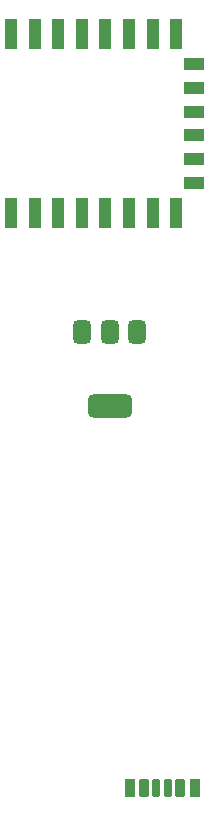
<source format=gbr>
%TF.GenerationSoftware,KiCad,Pcbnew,8.0.5*%
%TF.CreationDate,2025-02-06T00:18:17+08:00*%
%TF.ProjectId,bb,62622e6b-6963-4616-945f-706362585858,rev?*%
%TF.SameCoordinates,Original*%
%TF.FileFunction,Paste,Top*%
%TF.FilePolarity,Positive*%
%FSLAX46Y46*%
G04 Gerber Fmt 4.6, Leading zero omitted, Abs format (unit mm)*
G04 Created by KiCad (PCBNEW 8.0.5) date 2025-02-06 00:18:17*
%MOMM*%
%LPD*%
G01*
G04 APERTURE LIST*
G04 Aperture macros list*
%AMRoundRect*
0 Rectangle with rounded corners*
0 $1 Rounding radius*
0 $2 $3 $4 $5 $6 $7 $8 $9 X,Y pos of 4 corners*
0 Add a 4 corners polygon primitive as box body*
4,1,4,$2,$3,$4,$5,$6,$7,$8,$9,$2,$3,0*
0 Add four circle primitives for the rounded corners*
1,1,$1+$1,$2,$3*
1,1,$1+$1,$4,$5*
1,1,$1+$1,$6,$7*
1,1,$1+$1,$8,$9*
0 Add four rect primitives between the rounded corners*
20,1,$1+$1,$2,$3,$4,$5,0*
20,1,$1+$1,$4,$5,$6,$7,0*
20,1,$1+$1,$6,$7,$8,$9,0*
20,1,$1+$1,$8,$9,$2,$3,0*%
G04 Aperture macros list end*
%ADD10RoundRect,0.175000X-0.175000X-0.625000X0.175000X-0.625000X0.175000X0.625000X-0.175000X0.625000X0*%
%ADD11RoundRect,0.200000X-0.200000X-0.600000X0.200000X-0.600000X0.200000X0.600000X-0.200000X0.600000X0*%
%ADD12RoundRect,0.225000X-0.225000X-0.575000X0.225000X-0.575000X0.225000X0.575000X-0.225000X0.575000X0*%
%ADD13RoundRect,0.375000X-0.375000X0.625000X-0.375000X-0.625000X0.375000X-0.625000X0.375000X0.625000X0*%
%ADD14RoundRect,0.500000X-1.400000X0.500000X-1.400000X-0.500000X1.400000X-0.500000X1.400000X0.500000X0*%
%ADD15R,1.000000X2.500000*%
%ADD16R,1.800000X1.000000*%
G04 APERTURE END LIST*
D10*
%TO.C,J4*%
X116270225Y-177270000D03*
D11*
X118290225Y-177270000D03*
D12*
X119520225Y-177270000D03*
D10*
X117270225Y-177270000D03*
D11*
X115250225Y-177270000D03*
D12*
X114020225Y-177270000D03*
%TD*%
D13*
%TO.C,U2*%
X114600000Y-138650000D03*
X112300000Y-138650001D03*
D14*
X112300000Y-144949999D03*
D13*
X110000000Y-138650000D03*
%TD*%
D15*
%TO.C,U1*%
X103950000Y-113400000D03*
X105950000Y-113400000D03*
X107950000Y-113400000D03*
X109949999Y-113400000D03*
X111950000Y-113400000D03*
X113950001Y-113400000D03*
X115950000Y-113400000D03*
X117950000Y-113400000D03*
D16*
X119449999Y-116000000D03*
X119450000Y-118000000D03*
X119450000Y-120000000D03*
X119450000Y-122000000D03*
X119450000Y-124000000D03*
X119449999Y-126000000D03*
D15*
X117950000Y-128600000D03*
X115950000Y-128600000D03*
X113950001Y-128600000D03*
X111950000Y-128600000D03*
X109949999Y-128600000D03*
X107950000Y-128600000D03*
X105950000Y-128600000D03*
X103950000Y-128600000D03*
%TD*%
M02*

</source>
